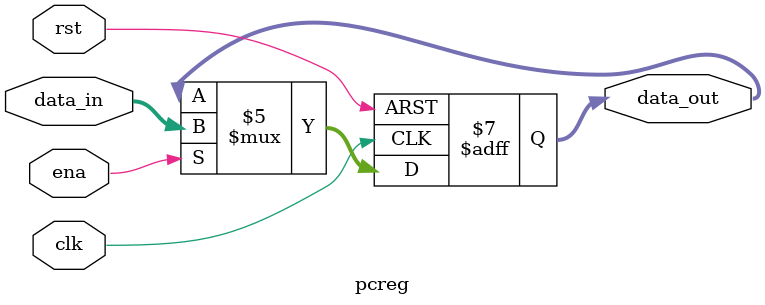
<source format=v>
`timescale 1ns / 1ps


module pcreg(
    input clk, //1 Î»ÊäÈë£¬¼Ä´æÆ÷Ê±ÖÓÐÅºÅ£¬ÉÏÉýÑØÊ±ÎªPC ¼Ä´æÆ÷¸³Öµ
    input rst, //1 Î»ÊäÈë£¬Òì²½ÖØÖÃÐÅºÅ£¬¸ßµçÆ½Ê±½«PC ¼Ä´æÆ÷ÇåÁã
               //×¢£ºµ±ena ÐÅºÅÎÞÐ§Ê±£¬rst Ò²¿ÉÒÔÖØÖÃ¼Ä´æÆ÷
    input ena, //1 Î»ÊäÈë,ÓÐÐ§ÐÅºÅ¸ßµçÆ½Ê±PC ¼Ä´æÆ÷¶ÁÈëdata_in
               //µÄÖµ£¬·ñÔò±£³ÖÔ­ÓÐÊä³ö
    input [31:0] data_in, //32 Î»ÊäÈë£¬ÊäÈëÊý¾Ý½«±»´æÈë¼Ä´æÆ÷ÄÚ²¿
    output reg [31:0] data_out //32 Î»Êä³ö£¬¹¤×÷Ê±Ê¼ÖÕÊä³ö PC
                               //¼Ä´æÆ÷ÄÚ²¿´æ´¢µÄÖµ
    );
    always @(posedge clk or posedge rst)
    begin
        if(rst==1)
        begin
            data_out=8'h00000000;
        end
        else
        begin
            if(ena==1)
                data_out=data_in;
        end
    end
endmodule

</source>
